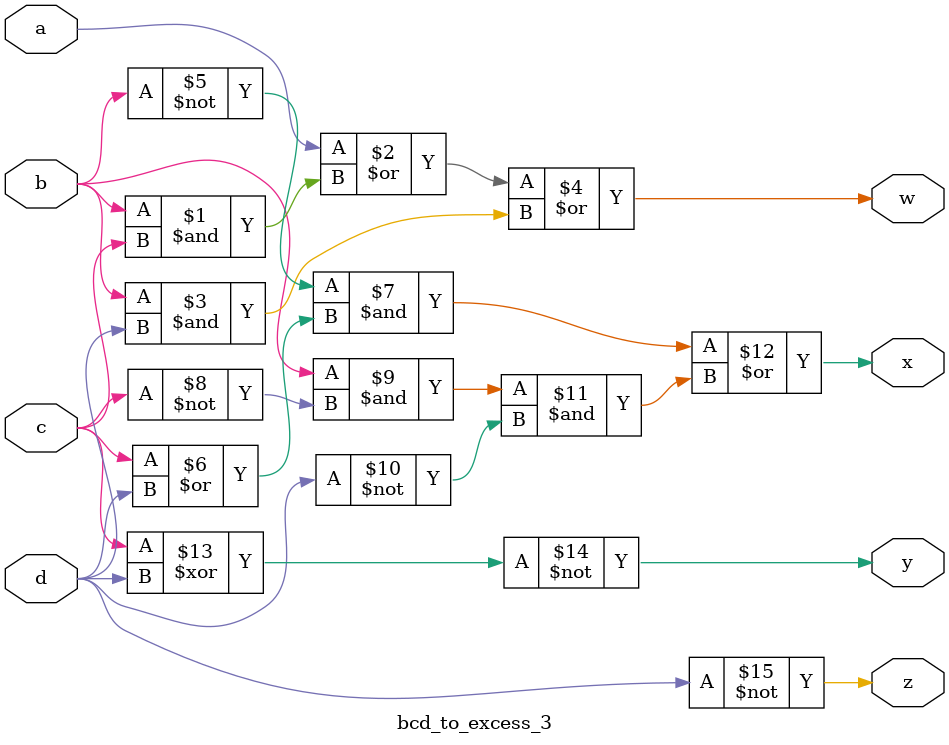
<source format=v>
`timescale 1ns / 1ps
module bcd_to_excess_3(input a,b,c,d,output w,x,y,z);
assign w=a|(b&c)|(b&d);
assign x=((~b)&(c|d))|(b&(~c)&(~d));
assign y=~(c^d);
assign z=(~d);

endmodule

</source>
